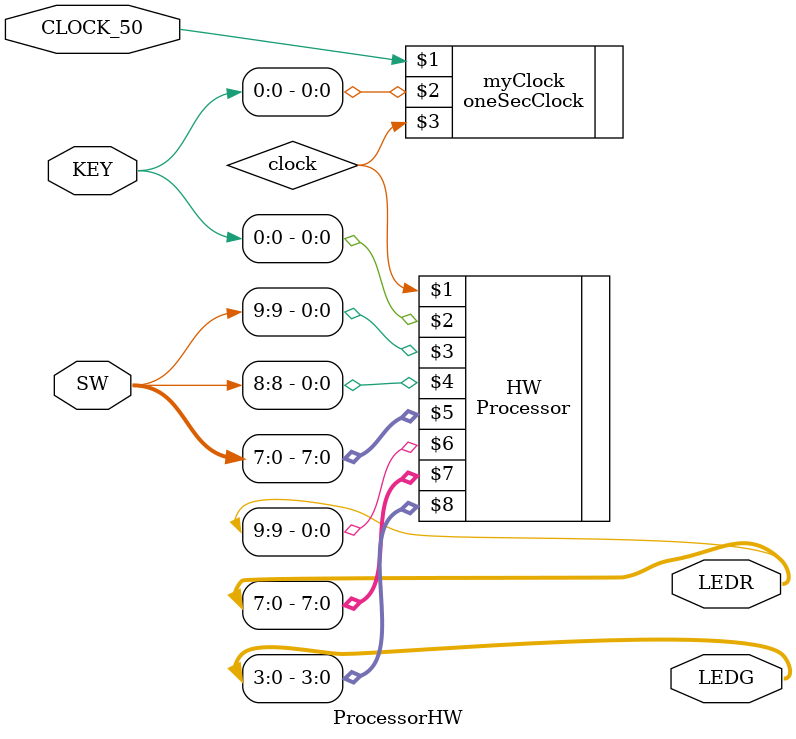
<source format=v>
module ProcessorHW
(
	input  CLOCK_50,
	input [3:0]KEY, 
	input [9:0]SW,
	output wire [9:0]LEDR,
	output wire [7:0]LEDG
);

oneSecClock myClock ( CLOCK_50, KEY[0],clock);   

Processor HW(clock, KEY[0], SW[9], SW[8], SW[7:0], 
			 LEDR[9], LEDR[7:0], LEDG[3:0]);
/*(
			CLOCK_50, reset, Enter, cheat,[7:0] Minput,
			Halt, [7:0] Moutput, [3:0] DisplayState,

);*/

endmodule

</source>
